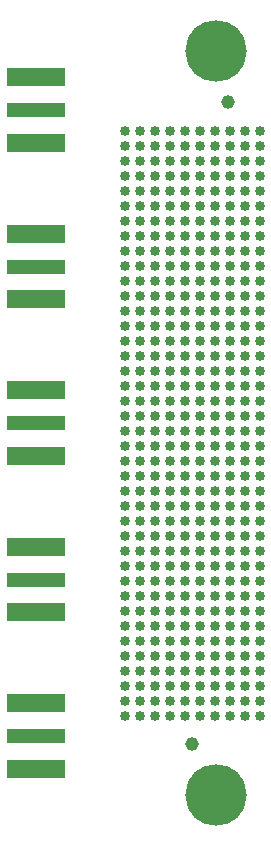
<source format=gbs>
G04*
G04 #@! TF.GenerationSoftware,Altium Limited,Altium Designer,21.1.0 (24)*
G04*
G04 Layer_Color=16711935*
%FSLAX44Y44*%
%MOMM*%
G71*
G04*
G04 #@! TF.SameCoordinates,BAFAB9C6-4635-4B56-BF62-033A307C6E1E*
G04*
G04*
G04 #@! TF.FilePolarity,Negative*
G04*
G01*
G75*
%ADD12R,5.0000X1.6000*%
%ADD15C,1.1732*%
%ADD16C,5.2032*%
%ADD29R,5.0000X1.2000*%
%ADD31C,0.8432*%
D12*
X-152400Y419800D02*
D03*
Y475200D02*
D03*
Y552300D02*
D03*
Y607700D02*
D03*
Y22300D02*
D03*
Y77700D02*
D03*
Y154800D02*
D03*
Y210200D02*
D03*
Y287300D02*
D03*
Y342700D02*
D03*
D15*
X10500Y586900D02*
D03*
X-20000Y43100D02*
D03*
D16*
X0Y0D02*
D03*
Y630000D02*
D03*
D29*
X-152400Y447500D02*
D03*
Y580000D02*
D03*
Y50000D02*
D03*
Y182500D02*
D03*
Y315000D02*
D03*
D31*
X-77150Y67350D02*
D03*
Y105450D02*
D03*
Y118150D02*
D03*
Y156250D02*
D03*
Y168950D02*
D03*
Y207050D02*
D03*
Y219750D02*
D03*
Y257850D02*
D03*
Y270550D02*
D03*
Y308650D02*
D03*
Y321350D02*
D03*
Y359450D02*
D03*
Y372150D02*
D03*
Y410250D02*
D03*
Y422950D02*
D03*
Y461050D02*
D03*
Y473750D02*
D03*
Y511850D02*
D03*
Y524550D02*
D03*
Y562650D02*
D03*
X-64450Y80050D02*
D03*
Y92750D02*
D03*
Y130850D02*
D03*
Y143550D02*
D03*
Y181650D02*
D03*
Y194350D02*
D03*
Y232450D02*
D03*
Y245150D02*
D03*
Y283250D02*
D03*
Y295950D02*
D03*
Y334050D02*
D03*
Y346750D02*
D03*
Y384850D02*
D03*
Y397550D02*
D03*
Y435650D02*
D03*
Y448350D02*
D03*
Y486450D02*
D03*
Y499150D02*
D03*
Y537250D02*
D03*
Y549950D02*
D03*
X-51750Y67350D02*
D03*
Y105450D02*
D03*
Y118150D02*
D03*
Y156250D02*
D03*
Y168950D02*
D03*
Y181650D02*
D03*
Y194350D02*
D03*
Y207050D02*
D03*
Y219750D02*
D03*
Y232450D02*
D03*
Y245150D02*
D03*
Y257850D02*
D03*
Y270550D02*
D03*
Y283250D02*
D03*
Y295950D02*
D03*
Y308650D02*
D03*
Y321350D02*
D03*
Y334050D02*
D03*
Y346750D02*
D03*
Y359450D02*
D03*
Y372150D02*
D03*
Y384850D02*
D03*
Y397550D02*
D03*
Y410250D02*
D03*
Y422950D02*
D03*
Y461050D02*
D03*
Y473750D02*
D03*
Y499150D02*
D03*
Y511850D02*
D03*
Y524550D02*
D03*
Y537250D02*
D03*
Y549950D02*
D03*
Y562650D02*
D03*
X-39050Y80050D02*
D03*
Y92750D02*
D03*
Y130850D02*
D03*
Y143550D02*
D03*
Y156250D02*
D03*
Y168950D02*
D03*
Y181650D02*
D03*
Y194350D02*
D03*
Y207050D02*
D03*
Y219750D02*
D03*
Y232450D02*
D03*
Y245150D02*
D03*
Y257850D02*
D03*
Y270550D02*
D03*
Y283250D02*
D03*
Y295950D02*
D03*
Y308650D02*
D03*
Y321350D02*
D03*
Y334050D02*
D03*
Y346750D02*
D03*
Y359450D02*
D03*
Y372150D02*
D03*
Y384850D02*
D03*
Y397550D02*
D03*
Y410250D02*
D03*
Y511850D02*
D03*
Y524550D02*
D03*
Y537250D02*
D03*
Y549950D02*
D03*
Y562650D02*
D03*
X-26350Y67350D02*
D03*
Y105450D02*
D03*
Y118150D02*
D03*
Y156250D02*
D03*
Y194350D02*
D03*
Y232450D02*
D03*
Y270550D02*
D03*
Y308650D02*
D03*
Y346750D02*
D03*
Y384850D02*
D03*
Y422950D02*
D03*
Y461050D02*
D03*
Y499150D02*
D03*
Y537250D02*
D03*
Y549950D02*
D03*
Y562650D02*
D03*
X-13650Y80050D02*
D03*
Y92750D02*
D03*
Y130850D02*
D03*
Y168950D02*
D03*
Y207050D02*
D03*
Y245150D02*
D03*
Y283250D02*
D03*
Y321350D02*
D03*
Y359450D02*
D03*
Y397550D02*
D03*
Y435650D02*
D03*
Y473750D02*
D03*
Y511850D02*
D03*
Y549950D02*
D03*
Y562650D02*
D03*
X-950Y67350D02*
D03*
Y105450D02*
D03*
Y118150D02*
D03*
Y130850D02*
D03*
Y143550D02*
D03*
Y156250D02*
D03*
Y168950D02*
D03*
Y181650D02*
D03*
Y194350D02*
D03*
Y207050D02*
D03*
Y219750D02*
D03*
Y232450D02*
D03*
Y245150D02*
D03*
Y257850D02*
D03*
Y270550D02*
D03*
Y283250D02*
D03*
Y295950D02*
D03*
Y308650D02*
D03*
Y321350D02*
D03*
Y334050D02*
D03*
Y346750D02*
D03*
Y359450D02*
D03*
Y372150D02*
D03*
Y384850D02*
D03*
Y397550D02*
D03*
Y410250D02*
D03*
Y422950D02*
D03*
Y435650D02*
D03*
Y448350D02*
D03*
Y461050D02*
D03*
Y473750D02*
D03*
Y486450D02*
D03*
Y499150D02*
D03*
Y537250D02*
D03*
Y549950D02*
D03*
Y562650D02*
D03*
X11750Y92750D02*
D03*
Y130850D02*
D03*
Y143550D02*
D03*
Y156250D02*
D03*
Y168950D02*
D03*
Y181650D02*
D03*
Y194350D02*
D03*
Y207050D02*
D03*
Y219750D02*
D03*
Y232450D02*
D03*
Y245150D02*
D03*
Y257850D02*
D03*
Y270550D02*
D03*
Y283250D02*
D03*
Y295950D02*
D03*
Y308650D02*
D03*
Y321350D02*
D03*
Y334050D02*
D03*
Y346750D02*
D03*
Y359450D02*
D03*
Y372150D02*
D03*
Y384850D02*
D03*
Y397550D02*
D03*
Y410250D02*
D03*
Y422950D02*
D03*
Y435650D02*
D03*
Y448350D02*
D03*
Y461050D02*
D03*
Y473750D02*
D03*
Y486450D02*
D03*
Y499150D02*
D03*
Y511850D02*
D03*
Y549950D02*
D03*
Y562650D02*
D03*
X24450Y67350D02*
D03*
Y105450D02*
D03*
Y118150D02*
D03*
Y130850D02*
D03*
Y143550D02*
D03*
Y156250D02*
D03*
Y168950D02*
D03*
Y181650D02*
D03*
Y194350D02*
D03*
Y207050D02*
D03*
Y219750D02*
D03*
Y232450D02*
D03*
Y245150D02*
D03*
Y257850D02*
D03*
Y270550D02*
D03*
Y308650D02*
D03*
Y346750D02*
D03*
Y384850D02*
D03*
Y422950D02*
D03*
Y461050D02*
D03*
Y499150D02*
D03*
Y537250D02*
D03*
Y562650D02*
D03*
X37150Y80050D02*
D03*
Y92750D02*
D03*
Y130850D02*
D03*
Y143550D02*
D03*
Y156250D02*
D03*
Y168950D02*
D03*
Y181650D02*
D03*
Y194350D02*
D03*
Y207050D02*
D03*
Y219750D02*
D03*
Y232450D02*
D03*
Y245150D02*
D03*
Y257850D02*
D03*
Y270550D02*
D03*
Y283250D02*
D03*
Y321350D02*
D03*
Y359450D02*
D03*
Y397550D02*
D03*
Y435650D02*
D03*
Y473750D02*
D03*
Y511850D02*
D03*
Y549950D02*
D03*
X-77150Y80050D02*
D03*
Y92750D02*
D03*
Y130850D02*
D03*
Y143550D02*
D03*
Y181650D02*
D03*
Y194350D02*
D03*
Y232450D02*
D03*
Y245150D02*
D03*
Y283250D02*
D03*
Y295950D02*
D03*
Y334050D02*
D03*
Y346750D02*
D03*
Y384850D02*
D03*
Y397550D02*
D03*
Y435650D02*
D03*
Y448350D02*
D03*
Y486450D02*
D03*
Y499150D02*
D03*
Y537250D02*
D03*
Y549950D02*
D03*
X-64450Y67350D02*
D03*
Y105450D02*
D03*
Y118150D02*
D03*
Y156250D02*
D03*
Y168950D02*
D03*
Y207050D02*
D03*
Y219750D02*
D03*
Y257850D02*
D03*
Y270550D02*
D03*
Y308650D02*
D03*
Y321350D02*
D03*
Y359450D02*
D03*
Y372150D02*
D03*
Y410250D02*
D03*
Y422950D02*
D03*
Y461050D02*
D03*
Y473750D02*
D03*
Y511850D02*
D03*
Y524550D02*
D03*
Y562650D02*
D03*
X-51750Y80050D02*
D03*
Y92750D02*
D03*
Y130850D02*
D03*
Y143550D02*
D03*
Y435650D02*
D03*
Y448350D02*
D03*
Y486450D02*
D03*
X-39050Y67350D02*
D03*
Y105450D02*
D03*
Y118150D02*
D03*
Y422950D02*
D03*
Y435650D02*
D03*
Y448350D02*
D03*
Y461050D02*
D03*
Y473750D02*
D03*
Y486450D02*
D03*
Y499150D02*
D03*
X-26350Y80050D02*
D03*
Y92750D02*
D03*
Y130850D02*
D03*
Y143550D02*
D03*
Y168950D02*
D03*
Y181650D02*
D03*
Y207050D02*
D03*
Y219750D02*
D03*
Y245150D02*
D03*
Y257850D02*
D03*
Y283250D02*
D03*
Y295950D02*
D03*
Y321350D02*
D03*
Y334050D02*
D03*
Y359450D02*
D03*
Y372150D02*
D03*
Y397550D02*
D03*
Y410250D02*
D03*
Y435650D02*
D03*
Y448350D02*
D03*
Y473750D02*
D03*
Y486450D02*
D03*
Y511850D02*
D03*
Y524550D02*
D03*
X-13650Y67350D02*
D03*
Y105450D02*
D03*
Y118150D02*
D03*
Y143550D02*
D03*
Y156250D02*
D03*
Y181650D02*
D03*
Y194350D02*
D03*
Y219750D02*
D03*
Y232450D02*
D03*
Y257850D02*
D03*
Y270550D02*
D03*
Y295950D02*
D03*
Y308650D02*
D03*
Y334050D02*
D03*
Y346750D02*
D03*
Y372150D02*
D03*
Y384850D02*
D03*
Y410250D02*
D03*
Y422950D02*
D03*
Y448350D02*
D03*
Y461050D02*
D03*
Y486450D02*
D03*
Y499150D02*
D03*
Y524550D02*
D03*
Y537250D02*
D03*
X-950Y80050D02*
D03*
Y92750D02*
D03*
X11750Y67350D02*
D03*
Y80050D02*
D03*
Y105450D02*
D03*
Y118150D02*
D03*
X24450Y80050D02*
D03*
Y92750D02*
D03*
Y283250D02*
D03*
Y295950D02*
D03*
Y321350D02*
D03*
Y334050D02*
D03*
Y359450D02*
D03*
Y372150D02*
D03*
Y397550D02*
D03*
Y410250D02*
D03*
Y435650D02*
D03*
Y448350D02*
D03*
Y473750D02*
D03*
Y486450D02*
D03*
Y511850D02*
D03*
Y524550D02*
D03*
Y549950D02*
D03*
X37150Y67350D02*
D03*
Y105450D02*
D03*
Y118150D02*
D03*
Y295950D02*
D03*
Y308650D02*
D03*
Y334050D02*
D03*
Y346750D02*
D03*
Y372150D02*
D03*
Y384850D02*
D03*
Y410250D02*
D03*
Y422950D02*
D03*
Y448350D02*
D03*
Y461050D02*
D03*
Y486450D02*
D03*
Y499150D02*
D03*
Y524550D02*
D03*
Y537250D02*
D03*
Y562650D02*
D03*
X-950Y524550D02*
D03*
X11750Y537250D02*
D03*
X-950Y511850D02*
D03*
X11750Y524550D02*
D03*
M02*

</source>
